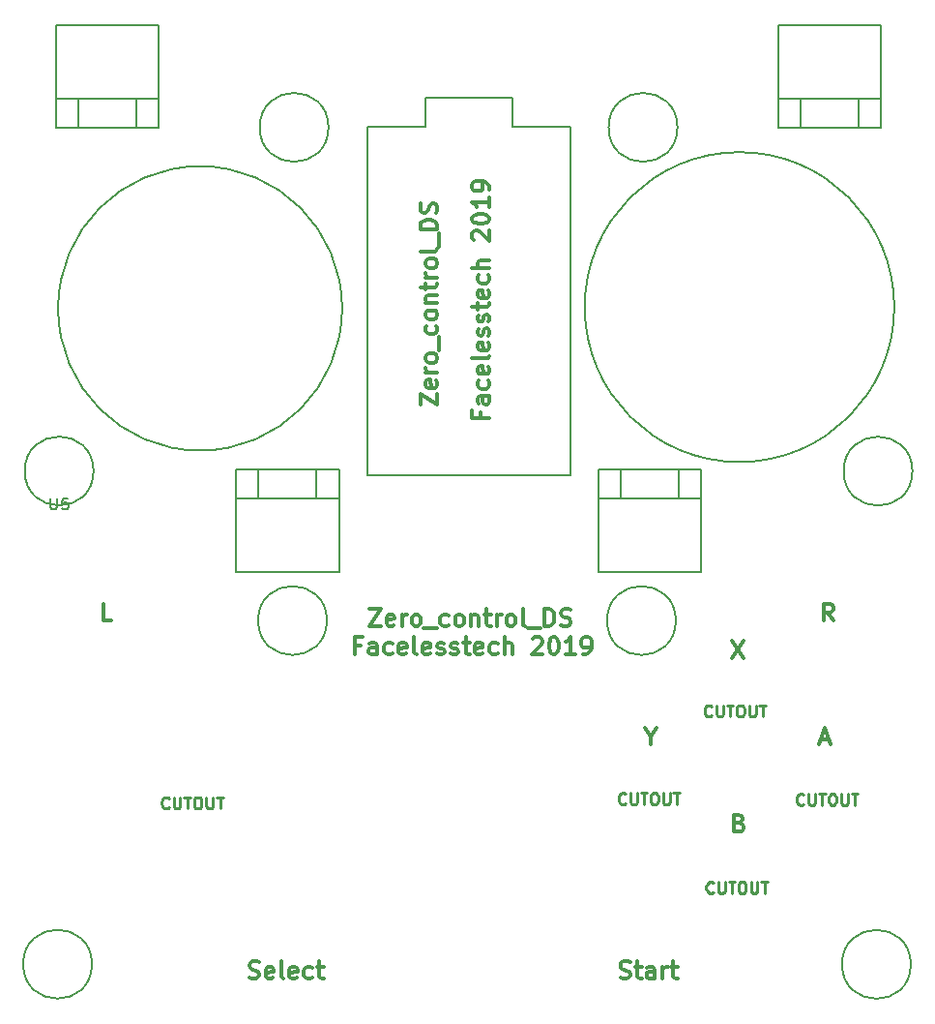
<source format=gbr>
G04 #@! TF.GenerationSoftware,KiCad,Pcbnew,5.0.2+dfsg1-1~bpo9+1*
G04 #@! TF.CreationDate,2019-06-02T18:57:07+01:00*
G04 #@! TF.ProjectId,ds_button_gamepad,64735f62-7574-4746-9f6e-5f67616d6570,rev?*
G04 #@! TF.SameCoordinates,Original*
G04 #@! TF.FileFunction,Legend,Top*
G04 #@! TF.FilePolarity,Positive*
%FSLAX46Y46*%
G04 Gerber Fmt 4.6, Leading zero omitted, Abs format (unit mm)*
G04 Created by KiCad (PCBNEW 5.0.2+dfsg1-1~bpo9+1) date Sun 02 Jun 2019 18:57:07 BST*
%MOMM*%
%LPD*%
G01*
G04 APERTURE LIST*
%ADD10C,0.250000*%
%ADD11C,0.300000*%
%ADD12C,0.200000*%
%ADD13C,0.150000*%
G04 APERTURE END LIST*
D10*
X66340290Y-115228642D02*
X66292671Y-115276261D01*
X66149814Y-115323880D01*
X66054576Y-115323880D01*
X65911719Y-115276261D01*
X65816480Y-115181023D01*
X65768861Y-115085785D01*
X65721242Y-114895309D01*
X65721242Y-114752452D01*
X65768861Y-114561976D01*
X65816480Y-114466738D01*
X65911719Y-114371500D01*
X66054576Y-114323880D01*
X66149814Y-114323880D01*
X66292671Y-114371500D01*
X66340290Y-114419119D01*
X66768861Y-114323880D02*
X66768861Y-115133404D01*
X66816480Y-115228642D01*
X66864100Y-115276261D01*
X66959338Y-115323880D01*
X67149814Y-115323880D01*
X67245052Y-115276261D01*
X67292671Y-115228642D01*
X67340290Y-115133404D01*
X67340290Y-114323880D01*
X67673623Y-114323880D02*
X68245052Y-114323880D01*
X67959338Y-115323880D02*
X67959338Y-114323880D01*
X68768861Y-114323880D02*
X68959338Y-114323880D01*
X69054576Y-114371500D01*
X69149814Y-114466738D01*
X69197433Y-114657214D01*
X69197433Y-114990547D01*
X69149814Y-115181023D01*
X69054576Y-115276261D01*
X68959338Y-115323880D01*
X68768861Y-115323880D01*
X68673623Y-115276261D01*
X68578385Y-115181023D01*
X68530766Y-114990547D01*
X68530766Y-114657214D01*
X68578385Y-114466738D01*
X68673623Y-114371500D01*
X68768861Y-114323880D01*
X69626004Y-114323880D02*
X69626004Y-115133404D01*
X69673623Y-115228642D01*
X69721242Y-115276261D01*
X69816480Y-115323880D01*
X70006957Y-115323880D01*
X70102195Y-115276261D01*
X70149814Y-115228642D01*
X70197433Y-115133404D01*
X70197433Y-114323880D01*
X70530766Y-114323880D02*
X71102195Y-114323880D01*
X70816480Y-115323880D02*
X70816480Y-114323880D01*
X114016090Y-122632742D02*
X113968471Y-122680361D01*
X113825614Y-122727980D01*
X113730376Y-122727980D01*
X113587519Y-122680361D01*
X113492280Y-122585123D01*
X113444661Y-122489885D01*
X113397042Y-122299409D01*
X113397042Y-122156552D01*
X113444661Y-121966076D01*
X113492280Y-121870838D01*
X113587519Y-121775600D01*
X113730376Y-121727980D01*
X113825614Y-121727980D01*
X113968471Y-121775600D01*
X114016090Y-121823219D01*
X114444661Y-121727980D02*
X114444661Y-122537504D01*
X114492280Y-122632742D01*
X114539900Y-122680361D01*
X114635138Y-122727980D01*
X114825614Y-122727980D01*
X114920852Y-122680361D01*
X114968471Y-122632742D01*
X115016090Y-122537504D01*
X115016090Y-121727980D01*
X115349423Y-121727980D02*
X115920852Y-121727980D01*
X115635138Y-122727980D02*
X115635138Y-121727980D01*
X116444661Y-121727980D02*
X116635138Y-121727980D01*
X116730376Y-121775600D01*
X116825614Y-121870838D01*
X116873233Y-122061314D01*
X116873233Y-122394647D01*
X116825614Y-122585123D01*
X116730376Y-122680361D01*
X116635138Y-122727980D01*
X116444661Y-122727980D01*
X116349423Y-122680361D01*
X116254185Y-122585123D01*
X116206566Y-122394647D01*
X116206566Y-122061314D01*
X116254185Y-121870838D01*
X116349423Y-121775600D01*
X116444661Y-121727980D01*
X117301804Y-121727980D02*
X117301804Y-122537504D01*
X117349423Y-122632742D01*
X117397042Y-122680361D01*
X117492280Y-122727980D01*
X117682757Y-122727980D01*
X117777995Y-122680361D01*
X117825614Y-122632742D01*
X117873233Y-122537504D01*
X117873233Y-121727980D01*
X118206566Y-121727980D02*
X118777995Y-121727980D01*
X118492280Y-122727980D02*
X118492280Y-121727980D01*
X106332590Y-114873042D02*
X106284971Y-114920661D01*
X106142114Y-114968280D01*
X106046876Y-114968280D01*
X105904019Y-114920661D01*
X105808780Y-114825423D01*
X105761161Y-114730185D01*
X105713542Y-114539709D01*
X105713542Y-114396852D01*
X105761161Y-114206376D01*
X105808780Y-114111138D01*
X105904019Y-114015900D01*
X106046876Y-113968280D01*
X106142114Y-113968280D01*
X106284971Y-114015900D01*
X106332590Y-114063519D01*
X106761161Y-113968280D02*
X106761161Y-114777804D01*
X106808780Y-114873042D01*
X106856400Y-114920661D01*
X106951638Y-114968280D01*
X107142114Y-114968280D01*
X107237352Y-114920661D01*
X107284971Y-114873042D01*
X107332590Y-114777804D01*
X107332590Y-113968280D01*
X107665923Y-113968280D02*
X108237352Y-113968280D01*
X107951638Y-114968280D02*
X107951638Y-113968280D01*
X108761161Y-113968280D02*
X108951638Y-113968280D01*
X109046876Y-114015900D01*
X109142114Y-114111138D01*
X109189733Y-114301614D01*
X109189733Y-114634947D01*
X109142114Y-114825423D01*
X109046876Y-114920661D01*
X108951638Y-114968280D01*
X108761161Y-114968280D01*
X108665923Y-114920661D01*
X108570685Y-114825423D01*
X108523066Y-114634947D01*
X108523066Y-114301614D01*
X108570685Y-114111138D01*
X108665923Y-114015900D01*
X108761161Y-113968280D01*
X109618304Y-113968280D02*
X109618304Y-114777804D01*
X109665923Y-114873042D01*
X109713542Y-114920661D01*
X109808780Y-114968280D01*
X109999257Y-114968280D01*
X110094495Y-114920661D01*
X110142114Y-114873042D01*
X110189733Y-114777804D01*
X110189733Y-113968280D01*
X110523066Y-113968280D02*
X111094495Y-113968280D01*
X110808780Y-114968280D02*
X110808780Y-113968280D01*
X113863690Y-107189542D02*
X113816071Y-107237161D01*
X113673214Y-107284780D01*
X113577976Y-107284780D01*
X113435119Y-107237161D01*
X113339880Y-107141923D01*
X113292261Y-107046685D01*
X113244642Y-106856209D01*
X113244642Y-106713352D01*
X113292261Y-106522876D01*
X113339880Y-106427638D01*
X113435119Y-106332400D01*
X113577976Y-106284780D01*
X113673214Y-106284780D01*
X113816071Y-106332400D01*
X113863690Y-106380019D01*
X114292261Y-106284780D02*
X114292261Y-107094304D01*
X114339880Y-107189542D01*
X114387500Y-107237161D01*
X114482738Y-107284780D01*
X114673214Y-107284780D01*
X114768452Y-107237161D01*
X114816071Y-107189542D01*
X114863690Y-107094304D01*
X114863690Y-106284780D01*
X115197023Y-106284780D02*
X115768452Y-106284780D01*
X115482738Y-107284780D02*
X115482738Y-106284780D01*
X116292261Y-106284780D02*
X116482738Y-106284780D01*
X116577976Y-106332400D01*
X116673214Y-106427638D01*
X116720833Y-106618114D01*
X116720833Y-106951447D01*
X116673214Y-107141923D01*
X116577976Y-107237161D01*
X116482738Y-107284780D01*
X116292261Y-107284780D01*
X116197023Y-107237161D01*
X116101785Y-107141923D01*
X116054166Y-106951447D01*
X116054166Y-106618114D01*
X116101785Y-106427638D01*
X116197023Y-106332400D01*
X116292261Y-106284780D01*
X117149404Y-106284780D02*
X117149404Y-107094304D01*
X117197023Y-107189542D01*
X117244642Y-107237161D01*
X117339880Y-107284780D01*
X117530357Y-107284780D01*
X117625595Y-107237161D01*
X117673214Y-107189542D01*
X117720833Y-107094304D01*
X117720833Y-106284780D01*
X118054166Y-106284780D02*
X118625595Y-106284780D01*
X118339880Y-107284780D02*
X118339880Y-106284780D01*
X121928190Y-114949242D02*
X121880571Y-114996861D01*
X121737714Y-115044480D01*
X121642476Y-115044480D01*
X121499619Y-114996861D01*
X121404380Y-114901623D01*
X121356761Y-114806385D01*
X121309142Y-114615909D01*
X121309142Y-114473052D01*
X121356761Y-114282576D01*
X121404380Y-114187338D01*
X121499619Y-114092100D01*
X121642476Y-114044480D01*
X121737714Y-114044480D01*
X121880571Y-114092100D01*
X121928190Y-114139719D01*
X122356761Y-114044480D02*
X122356761Y-114854004D01*
X122404380Y-114949242D01*
X122452000Y-114996861D01*
X122547238Y-115044480D01*
X122737714Y-115044480D01*
X122832952Y-114996861D01*
X122880571Y-114949242D01*
X122928190Y-114854004D01*
X122928190Y-114044480D01*
X123261523Y-114044480D02*
X123832952Y-114044480D01*
X123547238Y-115044480D02*
X123547238Y-114044480D01*
X124356761Y-114044480D02*
X124547238Y-114044480D01*
X124642476Y-114092100D01*
X124737714Y-114187338D01*
X124785333Y-114377814D01*
X124785333Y-114711147D01*
X124737714Y-114901623D01*
X124642476Y-114996861D01*
X124547238Y-115044480D01*
X124356761Y-115044480D01*
X124261523Y-114996861D01*
X124166285Y-114901623D01*
X124118666Y-114711147D01*
X124118666Y-114377814D01*
X124166285Y-114187338D01*
X124261523Y-114092100D01*
X124356761Y-114044480D01*
X125213904Y-114044480D02*
X125213904Y-114854004D01*
X125261523Y-114949242D01*
X125309142Y-114996861D01*
X125404380Y-115044480D01*
X125594857Y-115044480D01*
X125690095Y-114996861D01*
X125737714Y-114949242D01*
X125785333Y-114854004D01*
X125785333Y-114044480D01*
X126118666Y-114044480D02*
X126690095Y-114044480D01*
X126404380Y-115044480D02*
X126404380Y-114044480D01*
D11*
X83117171Y-101061057D02*
X82617171Y-101061057D01*
X82617171Y-101846771D02*
X82617171Y-100346771D01*
X83331457Y-100346771D01*
X84545742Y-101846771D02*
X84545742Y-101061057D01*
X84474314Y-100918200D01*
X84331457Y-100846771D01*
X84045742Y-100846771D01*
X83902885Y-100918200D01*
X84545742Y-101775342D02*
X84402885Y-101846771D01*
X84045742Y-101846771D01*
X83902885Y-101775342D01*
X83831457Y-101632485D01*
X83831457Y-101489628D01*
X83902885Y-101346771D01*
X84045742Y-101275342D01*
X84402885Y-101275342D01*
X84545742Y-101203914D01*
X85902885Y-101775342D02*
X85760028Y-101846771D01*
X85474314Y-101846771D01*
X85331457Y-101775342D01*
X85260028Y-101703914D01*
X85188600Y-101561057D01*
X85188600Y-101132485D01*
X85260028Y-100989628D01*
X85331457Y-100918200D01*
X85474314Y-100846771D01*
X85760028Y-100846771D01*
X85902885Y-100918200D01*
X87117171Y-101775342D02*
X86974314Y-101846771D01*
X86688600Y-101846771D01*
X86545742Y-101775342D01*
X86474314Y-101632485D01*
X86474314Y-101061057D01*
X86545742Y-100918200D01*
X86688600Y-100846771D01*
X86974314Y-100846771D01*
X87117171Y-100918200D01*
X87188600Y-101061057D01*
X87188600Y-101203914D01*
X86474314Y-101346771D01*
X88045742Y-101846771D02*
X87902885Y-101775342D01*
X87831457Y-101632485D01*
X87831457Y-100346771D01*
X89188600Y-101775342D02*
X89045742Y-101846771D01*
X88760028Y-101846771D01*
X88617171Y-101775342D01*
X88545742Y-101632485D01*
X88545742Y-101061057D01*
X88617171Y-100918200D01*
X88760028Y-100846771D01*
X89045742Y-100846771D01*
X89188600Y-100918200D01*
X89260028Y-101061057D01*
X89260028Y-101203914D01*
X88545742Y-101346771D01*
X89831457Y-101775342D02*
X89974314Y-101846771D01*
X90260028Y-101846771D01*
X90402885Y-101775342D01*
X90474314Y-101632485D01*
X90474314Y-101561057D01*
X90402885Y-101418200D01*
X90260028Y-101346771D01*
X90045742Y-101346771D01*
X89902885Y-101275342D01*
X89831457Y-101132485D01*
X89831457Y-101061057D01*
X89902885Y-100918200D01*
X90045742Y-100846771D01*
X90260028Y-100846771D01*
X90402885Y-100918200D01*
X91045742Y-101775342D02*
X91188600Y-101846771D01*
X91474314Y-101846771D01*
X91617171Y-101775342D01*
X91688600Y-101632485D01*
X91688600Y-101561057D01*
X91617171Y-101418200D01*
X91474314Y-101346771D01*
X91260028Y-101346771D01*
X91117171Y-101275342D01*
X91045742Y-101132485D01*
X91045742Y-101061057D01*
X91117171Y-100918200D01*
X91260028Y-100846771D01*
X91474314Y-100846771D01*
X91617171Y-100918200D01*
X92117171Y-100846771D02*
X92688600Y-100846771D01*
X92331457Y-100346771D02*
X92331457Y-101632485D01*
X92402885Y-101775342D01*
X92545742Y-101846771D01*
X92688600Y-101846771D01*
X93760028Y-101775342D02*
X93617171Y-101846771D01*
X93331457Y-101846771D01*
X93188600Y-101775342D01*
X93117171Y-101632485D01*
X93117171Y-101061057D01*
X93188600Y-100918200D01*
X93331457Y-100846771D01*
X93617171Y-100846771D01*
X93760028Y-100918200D01*
X93831457Y-101061057D01*
X93831457Y-101203914D01*
X93117171Y-101346771D01*
X95117171Y-101775342D02*
X94974314Y-101846771D01*
X94688600Y-101846771D01*
X94545742Y-101775342D01*
X94474314Y-101703914D01*
X94402885Y-101561057D01*
X94402885Y-101132485D01*
X94474314Y-100989628D01*
X94545742Y-100918200D01*
X94688600Y-100846771D01*
X94974314Y-100846771D01*
X95117171Y-100918200D01*
X95760028Y-101846771D02*
X95760028Y-100346771D01*
X96402885Y-101846771D02*
X96402885Y-101061057D01*
X96331457Y-100918200D01*
X96188600Y-100846771D01*
X95974314Y-100846771D01*
X95831457Y-100918200D01*
X95760028Y-100989628D01*
X98188599Y-100489628D02*
X98260028Y-100418200D01*
X98402885Y-100346771D01*
X98760028Y-100346771D01*
X98902885Y-100418200D01*
X98974314Y-100489628D01*
X99045742Y-100632485D01*
X99045742Y-100775342D01*
X98974314Y-100989628D01*
X98117171Y-101846771D01*
X99045742Y-101846771D01*
X99974314Y-100346771D02*
X100117171Y-100346771D01*
X100260028Y-100418200D01*
X100331457Y-100489628D01*
X100402885Y-100632485D01*
X100474314Y-100918200D01*
X100474314Y-101275342D01*
X100402885Y-101561057D01*
X100331457Y-101703914D01*
X100260028Y-101775342D01*
X100117171Y-101846771D01*
X99974314Y-101846771D01*
X99831457Y-101775342D01*
X99760028Y-101703914D01*
X99688600Y-101561057D01*
X99617171Y-101275342D01*
X99617171Y-100918200D01*
X99688600Y-100632485D01*
X99760028Y-100489628D01*
X99831457Y-100418200D01*
X99974314Y-100346771D01*
X101902885Y-101846771D02*
X101045742Y-101846771D01*
X101474314Y-101846771D02*
X101474314Y-100346771D01*
X101331457Y-100561057D01*
X101188600Y-100703914D01*
X101045742Y-100775342D01*
X102617171Y-101846771D02*
X102902885Y-101846771D01*
X103045742Y-101775342D01*
X103117171Y-101703914D01*
X103260028Y-101489628D01*
X103331457Y-101203914D01*
X103331457Y-100632485D01*
X103260028Y-100489628D01*
X103188600Y-100418200D01*
X103045742Y-100346771D01*
X102760028Y-100346771D01*
X102617171Y-100418200D01*
X102545742Y-100489628D01*
X102474314Y-100632485D01*
X102474314Y-100989628D01*
X102545742Y-101132485D01*
X102617171Y-101203914D01*
X102760028Y-101275342D01*
X103045742Y-101275342D01*
X103188600Y-101203914D01*
X103260028Y-101132485D01*
X103331457Y-100989628D01*
X93618857Y-80674728D02*
X93618857Y-81174728D01*
X94404571Y-81174728D02*
X92904571Y-81174728D01*
X92904571Y-80460442D01*
X94404571Y-79246157D02*
X93618857Y-79246157D01*
X93476000Y-79317585D01*
X93404571Y-79460442D01*
X93404571Y-79746157D01*
X93476000Y-79889014D01*
X94333142Y-79246157D02*
X94404571Y-79389014D01*
X94404571Y-79746157D01*
X94333142Y-79889014D01*
X94190285Y-79960442D01*
X94047428Y-79960442D01*
X93904571Y-79889014D01*
X93833142Y-79746157D01*
X93833142Y-79389014D01*
X93761714Y-79246157D01*
X94333142Y-77889014D02*
X94404571Y-78031871D01*
X94404571Y-78317585D01*
X94333142Y-78460442D01*
X94261714Y-78531871D01*
X94118857Y-78603300D01*
X93690285Y-78603300D01*
X93547428Y-78531871D01*
X93476000Y-78460442D01*
X93404571Y-78317585D01*
X93404571Y-78031871D01*
X93476000Y-77889014D01*
X94333142Y-76674728D02*
X94404571Y-76817585D01*
X94404571Y-77103300D01*
X94333142Y-77246157D01*
X94190285Y-77317585D01*
X93618857Y-77317585D01*
X93476000Y-77246157D01*
X93404571Y-77103300D01*
X93404571Y-76817585D01*
X93476000Y-76674728D01*
X93618857Y-76603300D01*
X93761714Y-76603300D01*
X93904571Y-77317585D01*
X94404571Y-75746157D02*
X94333142Y-75889014D01*
X94190285Y-75960442D01*
X92904571Y-75960442D01*
X94333142Y-74603300D02*
X94404571Y-74746157D01*
X94404571Y-75031871D01*
X94333142Y-75174728D01*
X94190285Y-75246157D01*
X93618857Y-75246157D01*
X93476000Y-75174728D01*
X93404571Y-75031871D01*
X93404571Y-74746157D01*
X93476000Y-74603300D01*
X93618857Y-74531871D01*
X93761714Y-74531871D01*
X93904571Y-75246157D01*
X94333142Y-73960442D02*
X94404571Y-73817585D01*
X94404571Y-73531871D01*
X94333142Y-73389014D01*
X94190285Y-73317585D01*
X94118857Y-73317585D01*
X93976000Y-73389014D01*
X93904571Y-73531871D01*
X93904571Y-73746157D01*
X93833142Y-73889014D01*
X93690285Y-73960442D01*
X93618857Y-73960442D01*
X93476000Y-73889014D01*
X93404571Y-73746157D01*
X93404571Y-73531871D01*
X93476000Y-73389014D01*
X94333142Y-72746157D02*
X94404571Y-72603300D01*
X94404571Y-72317585D01*
X94333142Y-72174728D01*
X94190285Y-72103300D01*
X94118857Y-72103300D01*
X93976000Y-72174728D01*
X93904571Y-72317585D01*
X93904571Y-72531871D01*
X93833142Y-72674728D01*
X93690285Y-72746157D01*
X93618857Y-72746157D01*
X93476000Y-72674728D01*
X93404571Y-72531871D01*
X93404571Y-72317585D01*
X93476000Y-72174728D01*
X93404571Y-71674728D02*
X93404571Y-71103300D01*
X92904571Y-71460442D02*
X94190285Y-71460442D01*
X94333142Y-71389014D01*
X94404571Y-71246157D01*
X94404571Y-71103300D01*
X94333142Y-70031871D02*
X94404571Y-70174728D01*
X94404571Y-70460442D01*
X94333142Y-70603300D01*
X94190285Y-70674728D01*
X93618857Y-70674728D01*
X93476000Y-70603300D01*
X93404571Y-70460442D01*
X93404571Y-70174728D01*
X93476000Y-70031871D01*
X93618857Y-69960442D01*
X93761714Y-69960442D01*
X93904571Y-70674728D01*
X94333142Y-68674728D02*
X94404571Y-68817585D01*
X94404571Y-69103300D01*
X94333142Y-69246157D01*
X94261714Y-69317585D01*
X94118857Y-69389014D01*
X93690285Y-69389014D01*
X93547428Y-69317585D01*
X93476000Y-69246157D01*
X93404571Y-69103300D01*
X93404571Y-68817585D01*
X93476000Y-68674728D01*
X94404571Y-68031871D02*
X92904571Y-68031871D01*
X94404571Y-67389014D02*
X93618857Y-67389014D01*
X93476000Y-67460442D01*
X93404571Y-67603300D01*
X93404571Y-67817585D01*
X93476000Y-67960442D01*
X93547428Y-68031871D01*
X93047428Y-65603300D02*
X92976000Y-65531871D01*
X92904571Y-65389014D01*
X92904571Y-65031871D01*
X92976000Y-64889014D01*
X93047428Y-64817585D01*
X93190285Y-64746157D01*
X93333142Y-64746157D01*
X93547428Y-64817585D01*
X94404571Y-65674728D01*
X94404571Y-64746157D01*
X92904571Y-63817585D02*
X92904571Y-63674728D01*
X92976000Y-63531871D01*
X93047428Y-63460442D01*
X93190285Y-63389014D01*
X93476000Y-63317585D01*
X93833142Y-63317585D01*
X94118857Y-63389014D01*
X94261714Y-63460442D01*
X94333142Y-63531871D01*
X94404571Y-63674728D01*
X94404571Y-63817585D01*
X94333142Y-63960442D01*
X94261714Y-64031871D01*
X94118857Y-64103300D01*
X93833142Y-64174728D01*
X93476000Y-64174728D01*
X93190285Y-64103300D01*
X93047428Y-64031871D01*
X92976000Y-63960442D01*
X92904571Y-63817585D01*
X94404571Y-61889014D02*
X94404571Y-62746157D01*
X94404571Y-62317585D02*
X92904571Y-62317585D01*
X93118857Y-62460442D01*
X93261714Y-62603300D01*
X93333142Y-62746157D01*
X94404571Y-61174728D02*
X94404571Y-60889014D01*
X94333142Y-60746157D01*
X94261714Y-60674728D01*
X94047428Y-60531871D01*
X93761714Y-60460442D01*
X93190285Y-60460442D01*
X93047428Y-60531871D01*
X92976000Y-60603300D01*
X92904571Y-60746157D01*
X92904571Y-61031871D01*
X92976000Y-61174728D01*
X93047428Y-61246157D01*
X93190285Y-61317585D01*
X93547428Y-61317585D01*
X93690285Y-61246157D01*
X93761714Y-61174728D01*
X93833142Y-61031871D01*
X93833142Y-60746157D01*
X93761714Y-60603300D01*
X93690285Y-60531871D01*
X93547428Y-60460442D01*
X88345271Y-80027942D02*
X88345271Y-79027942D01*
X89845271Y-80027942D01*
X89845271Y-79027942D01*
X89773842Y-77885085D02*
X89845271Y-78027942D01*
X89845271Y-78313657D01*
X89773842Y-78456514D01*
X89630985Y-78527942D01*
X89059557Y-78527942D01*
X88916700Y-78456514D01*
X88845271Y-78313657D01*
X88845271Y-78027942D01*
X88916700Y-77885085D01*
X89059557Y-77813657D01*
X89202414Y-77813657D01*
X89345271Y-78527942D01*
X89845271Y-77170800D02*
X88845271Y-77170800D01*
X89130985Y-77170800D02*
X88988128Y-77099371D01*
X88916700Y-77027942D01*
X88845271Y-76885085D01*
X88845271Y-76742228D01*
X89845271Y-76027942D02*
X89773842Y-76170800D01*
X89702414Y-76242228D01*
X89559557Y-76313657D01*
X89130985Y-76313657D01*
X88988128Y-76242228D01*
X88916700Y-76170800D01*
X88845271Y-76027942D01*
X88845271Y-75813657D01*
X88916700Y-75670800D01*
X88988128Y-75599371D01*
X89130985Y-75527942D01*
X89559557Y-75527942D01*
X89702414Y-75599371D01*
X89773842Y-75670800D01*
X89845271Y-75813657D01*
X89845271Y-76027942D01*
X89988128Y-75242228D02*
X89988128Y-74099371D01*
X89773842Y-73099371D02*
X89845271Y-73242228D01*
X89845271Y-73527942D01*
X89773842Y-73670800D01*
X89702414Y-73742228D01*
X89559557Y-73813657D01*
X89130985Y-73813657D01*
X88988128Y-73742228D01*
X88916700Y-73670800D01*
X88845271Y-73527942D01*
X88845271Y-73242228D01*
X88916700Y-73099371D01*
X89845271Y-72242228D02*
X89773842Y-72385085D01*
X89702414Y-72456514D01*
X89559557Y-72527942D01*
X89130985Y-72527942D01*
X88988128Y-72456514D01*
X88916700Y-72385085D01*
X88845271Y-72242228D01*
X88845271Y-72027942D01*
X88916700Y-71885085D01*
X88988128Y-71813657D01*
X89130985Y-71742228D01*
X89559557Y-71742228D01*
X89702414Y-71813657D01*
X89773842Y-71885085D01*
X89845271Y-72027942D01*
X89845271Y-72242228D01*
X88845271Y-71099371D02*
X89845271Y-71099371D01*
X88988128Y-71099371D02*
X88916700Y-71027942D01*
X88845271Y-70885085D01*
X88845271Y-70670800D01*
X88916700Y-70527942D01*
X89059557Y-70456514D01*
X89845271Y-70456514D01*
X88845271Y-69956514D02*
X88845271Y-69385085D01*
X88345271Y-69742228D02*
X89630985Y-69742228D01*
X89773842Y-69670800D01*
X89845271Y-69527942D01*
X89845271Y-69385085D01*
X89845271Y-68885085D02*
X88845271Y-68885085D01*
X89130985Y-68885085D02*
X88988128Y-68813657D01*
X88916700Y-68742228D01*
X88845271Y-68599371D01*
X88845271Y-68456514D01*
X89845271Y-67742228D02*
X89773842Y-67885085D01*
X89702414Y-67956514D01*
X89559557Y-68027942D01*
X89130985Y-68027942D01*
X88988128Y-67956514D01*
X88916700Y-67885085D01*
X88845271Y-67742228D01*
X88845271Y-67527942D01*
X88916700Y-67385085D01*
X88988128Y-67313657D01*
X89130985Y-67242228D01*
X89559557Y-67242228D01*
X89702414Y-67313657D01*
X89773842Y-67385085D01*
X89845271Y-67527942D01*
X89845271Y-67742228D01*
X89845271Y-66385085D02*
X89773842Y-66527942D01*
X89630985Y-66599371D01*
X88345271Y-66599371D01*
X89988128Y-66170800D02*
X89988128Y-65027942D01*
X89845271Y-64670800D02*
X88345271Y-64670800D01*
X88345271Y-64313657D01*
X88416700Y-64099371D01*
X88559557Y-63956514D01*
X88702414Y-63885085D01*
X88988128Y-63813657D01*
X89202414Y-63813657D01*
X89488128Y-63885085D01*
X89630985Y-63956514D01*
X89773842Y-64099371D01*
X89845271Y-64313657D01*
X89845271Y-64670800D01*
X89773842Y-63242228D02*
X89845271Y-63027942D01*
X89845271Y-62670800D01*
X89773842Y-62527942D01*
X89702414Y-62456514D01*
X89559557Y-62385085D01*
X89416700Y-62385085D01*
X89273842Y-62456514D01*
X89202414Y-62527942D01*
X89130985Y-62670800D01*
X89059557Y-62956514D01*
X88988128Y-63099371D01*
X88916700Y-63170800D01*
X88773842Y-63242228D01*
X88630985Y-63242228D01*
X88488128Y-63170800D01*
X88416700Y-63099371D01*
X88345271Y-62956514D01*
X88345271Y-62599371D01*
X88416700Y-62385085D01*
X83890957Y-97870271D02*
X84890957Y-97870271D01*
X83890957Y-99370271D01*
X84890957Y-99370271D01*
X86033814Y-99298842D02*
X85890957Y-99370271D01*
X85605242Y-99370271D01*
X85462385Y-99298842D01*
X85390957Y-99155985D01*
X85390957Y-98584557D01*
X85462385Y-98441700D01*
X85605242Y-98370271D01*
X85890957Y-98370271D01*
X86033814Y-98441700D01*
X86105242Y-98584557D01*
X86105242Y-98727414D01*
X85390957Y-98870271D01*
X86748100Y-99370271D02*
X86748100Y-98370271D01*
X86748100Y-98655985D02*
X86819528Y-98513128D01*
X86890957Y-98441700D01*
X87033814Y-98370271D01*
X87176671Y-98370271D01*
X87890957Y-99370271D02*
X87748100Y-99298842D01*
X87676671Y-99227414D01*
X87605242Y-99084557D01*
X87605242Y-98655985D01*
X87676671Y-98513128D01*
X87748100Y-98441700D01*
X87890957Y-98370271D01*
X88105242Y-98370271D01*
X88248100Y-98441700D01*
X88319528Y-98513128D01*
X88390957Y-98655985D01*
X88390957Y-99084557D01*
X88319528Y-99227414D01*
X88248100Y-99298842D01*
X88105242Y-99370271D01*
X87890957Y-99370271D01*
X88676671Y-99513128D02*
X89819528Y-99513128D01*
X90819528Y-99298842D02*
X90676671Y-99370271D01*
X90390957Y-99370271D01*
X90248100Y-99298842D01*
X90176671Y-99227414D01*
X90105242Y-99084557D01*
X90105242Y-98655985D01*
X90176671Y-98513128D01*
X90248100Y-98441700D01*
X90390957Y-98370271D01*
X90676671Y-98370271D01*
X90819528Y-98441700D01*
X91676671Y-99370271D02*
X91533814Y-99298842D01*
X91462385Y-99227414D01*
X91390957Y-99084557D01*
X91390957Y-98655985D01*
X91462385Y-98513128D01*
X91533814Y-98441700D01*
X91676671Y-98370271D01*
X91890957Y-98370271D01*
X92033814Y-98441700D01*
X92105242Y-98513128D01*
X92176671Y-98655985D01*
X92176671Y-99084557D01*
X92105242Y-99227414D01*
X92033814Y-99298842D01*
X91890957Y-99370271D01*
X91676671Y-99370271D01*
X92819528Y-98370271D02*
X92819528Y-99370271D01*
X92819528Y-98513128D02*
X92890957Y-98441700D01*
X93033814Y-98370271D01*
X93248100Y-98370271D01*
X93390957Y-98441700D01*
X93462385Y-98584557D01*
X93462385Y-99370271D01*
X93962385Y-98370271D02*
X94533814Y-98370271D01*
X94176671Y-97870271D02*
X94176671Y-99155985D01*
X94248100Y-99298842D01*
X94390957Y-99370271D01*
X94533814Y-99370271D01*
X95033814Y-99370271D02*
X95033814Y-98370271D01*
X95033814Y-98655985D02*
X95105242Y-98513128D01*
X95176671Y-98441700D01*
X95319528Y-98370271D01*
X95462385Y-98370271D01*
X96176671Y-99370271D02*
X96033814Y-99298842D01*
X95962385Y-99227414D01*
X95890957Y-99084557D01*
X95890957Y-98655985D01*
X95962385Y-98513128D01*
X96033814Y-98441700D01*
X96176671Y-98370271D01*
X96390957Y-98370271D01*
X96533814Y-98441700D01*
X96605242Y-98513128D01*
X96676671Y-98655985D01*
X96676671Y-99084557D01*
X96605242Y-99227414D01*
X96533814Y-99298842D01*
X96390957Y-99370271D01*
X96176671Y-99370271D01*
X97533814Y-99370271D02*
X97390957Y-99298842D01*
X97319528Y-99155985D01*
X97319528Y-97870271D01*
X97748100Y-99513128D02*
X98890957Y-99513128D01*
X99248100Y-99370271D02*
X99248100Y-97870271D01*
X99605242Y-97870271D01*
X99819528Y-97941700D01*
X99962385Y-98084557D01*
X100033814Y-98227414D01*
X100105242Y-98513128D01*
X100105242Y-98727414D01*
X100033814Y-99013128D01*
X99962385Y-99155985D01*
X99819528Y-99298842D01*
X99605242Y-99370271D01*
X99248100Y-99370271D01*
X100676671Y-99298842D02*
X100890957Y-99370271D01*
X101248100Y-99370271D01*
X101390957Y-99298842D01*
X101462385Y-99227414D01*
X101533814Y-99084557D01*
X101533814Y-98941700D01*
X101462385Y-98798842D01*
X101390957Y-98727414D01*
X101248100Y-98655985D01*
X100962385Y-98584557D01*
X100819528Y-98513128D01*
X100748100Y-98441700D01*
X100676671Y-98298842D01*
X100676671Y-98155985D01*
X100748100Y-98013128D01*
X100819528Y-97941700D01*
X100962385Y-97870271D01*
X101319528Y-97870271D01*
X101533814Y-97941700D01*
X124530585Y-98913071D02*
X124030585Y-98198785D01*
X123673442Y-98913071D02*
X123673442Y-97413071D01*
X124244871Y-97413071D01*
X124387728Y-97484500D01*
X124459157Y-97555928D01*
X124530585Y-97698785D01*
X124530585Y-97913071D01*
X124459157Y-98055928D01*
X124387728Y-98127357D01*
X124244871Y-98198785D01*
X123673442Y-98198785D01*
X61284585Y-98913071D02*
X60570300Y-98913071D01*
X60570300Y-97413071D01*
X108559600Y-109031885D02*
X108559600Y-109746171D01*
X108059600Y-108246171D02*
X108559600Y-109031885D01*
X109059600Y-108246171D01*
X115666900Y-100664271D02*
X116666900Y-102164271D01*
X116666900Y-100664271D02*
X115666900Y-102164271D01*
X116274042Y-116580457D02*
X116488328Y-116651885D01*
X116559757Y-116723314D01*
X116631185Y-116866171D01*
X116631185Y-117080457D01*
X116559757Y-117223314D01*
X116488328Y-117294742D01*
X116345471Y-117366171D01*
X115774042Y-117366171D01*
X115774042Y-115866171D01*
X116274042Y-115866171D01*
X116416900Y-115937600D01*
X116488328Y-116009028D01*
X116559757Y-116151885D01*
X116559757Y-116294742D01*
X116488328Y-116437600D01*
X116416900Y-116509028D01*
X116274042Y-116580457D01*
X115774042Y-116580457D01*
X123404357Y-109317600D02*
X124118642Y-109317600D01*
X123261500Y-109746171D02*
X123761500Y-108246171D01*
X124261500Y-109746171D01*
X73389728Y-130134442D02*
X73604014Y-130205871D01*
X73961157Y-130205871D01*
X74104014Y-130134442D01*
X74175442Y-130063014D01*
X74246871Y-129920157D01*
X74246871Y-129777300D01*
X74175442Y-129634442D01*
X74104014Y-129563014D01*
X73961157Y-129491585D01*
X73675442Y-129420157D01*
X73532585Y-129348728D01*
X73461157Y-129277300D01*
X73389728Y-129134442D01*
X73389728Y-128991585D01*
X73461157Y-128848728D01*
X73532585Y-128777300D01*
X73675442Y-128705871D01*
X74032585Y-128705871D01*
X74246871Y-128777300D01*
X75461157Y-130134442D02*
X75318300Y-130205871D01*
X75032585Y-130205871D01*
X74889728Y-130134442D01*
X74818300Y-129991585D01*
X74818300Y-129420157D01*
X74889728Y-129277300D01*
X75032585Y-129205871D01*
X75318300Y-129205871D01*
X75461157Y-129277300D01*
X75532585Y-129420157D01*
X75532585Y-129563014D01*
X74818300Y-129705871D01*
X76389728Y-130205871D02*
X76246871Y-130134442D01*
X76175442Y-129991585D01*
X76175442Y-128705871D01*
X77532585Y-130134442D02*
X77389728Y-130205871D01*
X77104014Y-130205871D01*
X76961157Y-130134442D01*
X76889728Y-129991585D01*
X76889728Y-129420157D01*
X76961157Y-129277300D01*
X77104014Y-129205871D01*
X77389728Y-129205871D01*
X77532585Y-129277300D01*
X77604014Y-129420157D01*
X77604014Y-129563014D01*
X76889728Y-129705871D01*
X78889728Y-130134442D02*
X78746871Y-130205871D01*
X78461157Y-130205871D01*
X78318300Y-130134442D01*
X78246871Y-130063014D01*
X78175442Y-129920157D01*
X78175442Y-129491585D01*
X78246871Y-129348728D01*
X78318300Y-129277300D01*
X78461157Y-129205871D01*
X78746871Y-129205871D01*
X78889728Y-129277300D01*
X79318300Y-129205871D02*
X79889728Y-129205871D01*
X79532585Y-128705871D02*
X79532585Y-129991585D01*
X79604014Y-130134442D01*
X79746871Y-130205871D01*
X79889728Y-130205871D01*
X105877028Y-130134442D02*
X106091314Y-130205871D01*
X106448457Y-130205871D01*
X106591314Y-130134442D01*
X106662742Y-130063014D01*
X106734171Y-129920157D01*
X106734171Y-129777300D01*
X106662742Y-129634442D01*
X106591314Y-129563014D01*
X106448457Y-129491585D01*
X106162742Y-129420157D01*
X106019885Y-129348728D01*
X105948457Y-129277300D01*
X105877028Y-129134442D01*
X105877028Y-128991585D01*
X105948457Y-128848728D01*
X106019885Y-128777300D01*
X106162742Y-128705871D01*
X106519885Y-128705871D01*
X106734171Y-128777300D01*
X107162742Y-129205871D02*
X107734171Y-129205871D01*
X107377028Y-128705871D02*
X107377028Y-129991585D01*
X107448457Y-130134442D01*
X107591314Y-130205871D01*
X107734171Y-130205871D01*
X108877028Y-130205871D02*
X108877028Y-129420157D01*
X108805600Y-129277300D01*
X108662742Y-129205871D01*
X108377028Y-129205871D01*
X108234171Y-129277300D01*
X108877028Y-130134442D02*
X108734171Y-130205871D01*
X108377028Y-130205871D01*
X108234171Y-130134442D01*
X108162742Y-129991585D01*
X108162742Y-129848728D01*
X108234171Y-129705871D01*
X108377028Y-129634442D01*
X108734171Y-129634442D01*
X108877028Y-129563014D01*
X109591314Y-130205871D02*
X109591314Y-129205871D01*
X109591314Y-129491585D02*
X109662742Y-129348728D01*
X109734171Y-129277300D01*
X109877028Y-129205871D01*
X110019885Y-129205871D01*
X110305600Y-129205871D02*
X110877028Y-129205871D01*
X110519885Y-128705871D02*
X110519885Y-129991585D01*
X110591314Y-130134442D01*
X110734171Y-130205871D01*
X110877028Y-130205871D01*
D12*
X129857792Y-71462900D02*
G75*
G03X129857792Y-71462900I-13551192J0D01*
G01*
D13*
X81510157Y-71577200D02*
G75*
G03X81510157Y-71577200I-12434857J0D01*
G01*
G04 #@! TO.C,U3*
X131307469Y-128955800D02*
G75*
G03X131307469Y-128955800I-3012069J0D01*
G01*
G04 #@! TO.C,U5*
X59603269Y-128943100D02*
G75*
G03X59603269Y-128943100I-3012069J0D01*
G01*
G04 #@! TO.C,U4*
X80177269Y-98882200D02*
G75*
G03X80177269Y-98882200I-3012069J0D01*
G01*
G04 #@! TO.C,U2*
X110733469Y-98882200D02*
G75*
G03X110733469Y-98882200I-3012069J0D01*
G01*
G04 #@! TO.C,SW9*
X76733400Y-85623400D02*
X72224900Y-85623400D01*
X72224900Y-85623400D02*
X72224900Y-94640400D01*
X72224900Y-94640400D02*
X81241900Y-94640400D01*
X81241900Y-94640400D02*
X81241900Y-85623400D01*
X81241900Y-85623400D02*
X76733400Y-85623400D01*
X76733400Y-88163400D02*
X81241900Y-88163400D01*
X76733400Y-88163400D02*
X72224900Y-88163400D01*
X74193400Y-86893400D02*
X74193400Y-85623400D01*
X74193400Y-86893400D02*
X74193400Y-88163400D01*
X79273400Y-86893400D02*
X79273400Y-88163400D01*
X79273400Y-88163400D02*
X79273400Y-85623400D01*
G04 #@! TO.C,SW10*
X60960000Y-55791100D02*
X65468500Y-55791100D01*
X65468500Y-55791100D02*
X65468500Y-46774100D01*
X65468500Y-46774100D02*
X56451500Y-46774100D01*
X56451500Y-46774100D02*
X56451500Y-55791100D01*
X56451500Y-55791100D02*
X60960000Y-55791100D01*
X60960000Y-53251100D02*
X56451500Y-53251100D01*
X60960000Y-53251100D02*
X65468500Y-53251100D01*
X63500000Y-54521100D02*
X63500000Y-55791100D01*
X63500000Y-54521100D02*
X63500000Y-53251100D01*
X58420000Y-54521100D02*
X58420000Y-53251100D01*
X58420000Y-53251100D02*
X58420000Y-55791100D01*
G04 #@! TO.C,SW11*
X110985300Y-88163400D02*
X110985300Y-85623400D01*
X110985300Y-86893400D02*
X110985300Y-88163400D01*
X105905300Y-86893400D02*
X105905300Y-88163400D01*
X105905300Y-86893400D02*
X105905300Y-85623400D01*
X108445300Y-88163400D02*
X103936800Y-88163400D01*
X108445300Y-88163400D02*
X112953800Y-88163400D01*
X112953800Y-85623400D02*
X108445300Y-85623400D01*
X112953800Y-94640400D02*
X112953800Y-85623400D01*
X103936800Y-94640400D02*
X112953800Y-94640400D01*
X103936800Y-85623400D02*
X103936800Y-94640400D01*
X108445300Y-85623400D02*
X103936800Y-85623400D01*
G04 #@! TO.C,SW12*
X121666000Y-53251100D02*
X121666000Y-55791100D01*
X121666000Y-54521100D02*
X121666000Y-53251100D01*
X126746000Y-54521100D02*
X126746000Y-53251100D01*
X126746000Y-54521100D02*
X126746000Y-55791100D01*
X124206000Y-53251100D02*
X128714500Y-53251100D01*
X124206000Y-53251100D02*
X119697500Y-53251100D01*
X119697500Y-55791100D02*
X124206000Y-55791100D01*
X119697500Y-46774100D02*
X119697500Y-55791100D01*
X128714500Y-46774100D02*
X119697500Y-46774100D01*
X128714500Y-55791100D02*
X128714500Y-46774100D01*
X124206000Y-55791100D02*
X128714500Y-55791100D01*
G04 #@! TO.C,U1*
X83693000Y-86194900D02*
X101473000Y-86194900D01*
X101473000Y-86194900D02*
X101473000Y-55714900D01*
X101473000Y-55714900D02*
X96393000Y-55714900D01*
X96393000Y-55714900D02*
X96393000Y-53174900D01*
X96393000Y-53174900D02*
X88773000Y-53174900D01*
X88773000Y-53174900D02*
X88773000Y-55714900D01*
X88773000Y-55714900D02*
X83693000Y-55714900D01*
X83693000Y-55714900D02*
X83693000Y-86194900D01*
G04 #@! TO.C,U2*
X110873169Y-55740300D02*
G75*
G03X110873169Y-55740300I-3012069J0D01*
G01*
G04 #@! TO.C,U3*
X131447169Y-85813900D02*
G75*
G03X131447169Y-85813900I-3012069J0D01*
G01*
G04 #@! TO.C,U4*
X80316969Y-55740300D02*
G75*
G03X80316969Y-55740300I-3012069J0D01*
G01*
G04 #@! TO.C,U5*
X59742969Y-85801200D02*
G75*
G03X59742969Y-85801200I-3012069J0D01*
G01*
X55968995Y-88174580D02*
X55968995Y-88984104D01*
X56016614Y-89079342D01*
X56064233Y-89126961D01*
X56159471Y-89174580D01*
X56349947Y-89174580D01*
X56445185Y-89126961D01*
X56492804Y-89079342D01*
X56540423Y-88984104D01*
X56540423Y-88174580D01*
X57492804Y-88174580D02*
X57016614Y-88174580D01*
X56968995Y-88650771D01*
X57016614Y-88603152D01*
X57111852Y-88555533D01*
X57349947Y-88555533D01*
X57445185Y-88603152D01*
X57492804Y-88650771D01*
X57540423Y-88746009D01*
X57540423Y-88984104D01*
X57492804Y-89079342D01*
X57445185Y-89126961D01*
X57349947Y-89174580D01*
X57111852Y-89174580D01*
X57016614Y-89126961D01*
X56968995Y-89079342D01*
G04 #@! TD*
M02*

</source>
